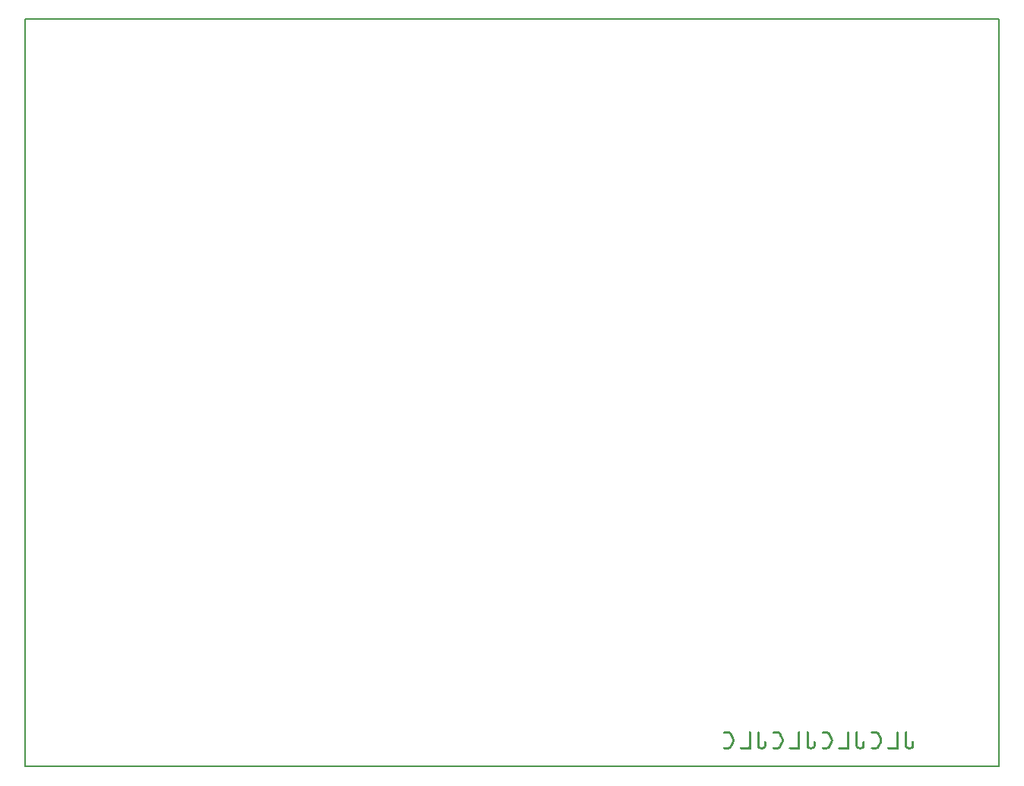
<source format=gbo>
G04 MADE WITH FRITZING*
G04 WWW.FRITZING.ORG*
G04 DOUBLE SIDED*
G04 HOLES PLATED*
G04 CONTOUR ON CENTER OF CONTOUR VECTOR*
%ASAXBY*%
%FSLAX23Y23*%
%MOIN*%
%OFA0B0*%
%SFA1.0B1.0*%
%ADD10R,4.279540X3.287400X4.263540X3.271400*%
%ADD11C,0.008000*%
%ADD12R,0.001000X0.001000*%
%LNSILK0*%
G90*
G70*
G54D11*
X4Y3283D02*
X4276Y3283D01*
X4276Y4D01*
X4Y4D01*
X4Y3283D01*
D02*
G54D12*
X3070Y156D02*
X3095Y156D01*
X3181Y156D02*
X3186Y156D01*
X3219Y156D02*
X3223Y156D01*
X3286Y156D02*
X3311Y156D01*
X3397Y156D02*
X3401Y156D01*
X3435Y156D02*
X3439Y156D01*
X3502Y156D02*
X3527Y156D01*
X3613Y156D02*
X3617Y156D01*
X3650Y156D02*
X3655Y156D01*
X3717Y156D02*
X3743Y156D01*
X3829Y156D02*
X3833Y156D01*
X3866Y156D02*
X3871Y156D01*
X3068Y155D02*
X3097Y155D01*
X3180Y155D02*
X3187Y155D01*
X3217Y155D02*
X3224Y155D01*
X3284Y155D02*
X3313Y155D01*
X3396Y155D02*
X3403Y155D01*
X3433Y155D02*
X3440Y155D01*
X3500Y155D02*
X3529Y155D01*
X3612Y155D02*
X3619Y155D01*
X3649Y155D02*
X3656Y155D01*
X3716Y155D02*
X3745Y155D01*
X3828Y155D02*
X3835Y155D01*
X3865Y155D02*
X3872Y155D01*
X3068Y154D02*
X3099Y154D01*
X3179Y154D02*
X3187Y154D01*
X3217Y154D02*
X3225Y154D01*
X3284Y154D02*
X3315Y154D01*
X3395Y154D02*
X3403Y154D01*
X3433Y154D02*
X3441Y154D01*
X3500Y154D02*
X3531Y154D01*
X3611Y154D02*
X3619Y154D01*
X3649Y154D02*
X3657Y154D01*
X3716Y154D02*
X3747Y154D01*
X3827Y154D02*
X3835Y154D01*
X3865Y154D02*
X3873Y154D01*
X3067Y153D02*
X3100Y153D01*
X3179Y153D02*
X3188Y153D01*
X3216Y153D02*
X3225Y153D01*
X3283Y153D02*
X3316Y153D01*
X3395Y153D02*
X3404Y153D01*
X3432Y153D02*
X3441Y153D01*
X3499Y153D02*
X3532Y153D01*
X3611Y153D02*
X3620Y153D01*
X3648Y153D02*
X3657Y153D01*
X3715Y153D02*
X3748Y153D01*
X3827Y153D02*
X3836Y153D01*
X3864Y153D02*
X3873Y153D01*
X3067Y152D02*
X3101Y152D01*
X3179Y152D02*
X3188Y152D01*
X3216Y152D02*
X3225Y152D01*
X3283Y152D02*
X3317Y152D01*
X3395Y152D02*
X3404Y152D01*
X3432Y152D02*
X3441Y152D01*
X3499Y152D02*
X3533Y152D01*
X3611Y152D02*
X3620Y152D01*
X3648Y152D02*
X3657Y152D01*
X3715Y152D02*
X3749Y152D01*
X3827Y152D02*
X3836Y152D01*
X3864Y152D02*
X3873Y152D01*
X3067Y151D02*
X3102Y151D01*
X3179Y151D02*
X3188Y151D01*
X3216Y151D02*
X3225Y151D01*
X3283Y151D02*
X3318Y151D01*
X3395Y151D02*
X3404Y151D01*
X3432Y151D02*
X3441Y151D01*
X3499Y151D02*
X3534Y151D01*
X3611Y151D02*
X3620Y151D01*
X3648Y151D02*
X3657Y151D01*
X3715Y151D02*
X3750Y151D01*
X3827Y151D02*
X3836Y151D01*
X3864Y151D02*
X3873Y151D01*
X3067Y150D02*
X3103Y150D01*
X3179Y150D02*
X3188Y150D01*
X3216Y150D02*
X3225Y150D01*
X3283Y150D02*
X3319Y150D01*
X3395Y150D02*
X3404Y150D01*
X3432Y150D02*
X3441Y150D01*
X3499Y150D02*
X3535Y150D01*
X3611Y150D02*
X3620Y150D01*
X3648Y150D02*
X3657Y150D01*
X3715Y150D02*
X3751Y150D01*
X3827Y150D02*
X3836Y150D01*
X3864Y150D02*
X3873Y150D01*
X3068Y149D02*
X3103Y149D01*
X3179Y149D02*
X3188Y149D01*
X3216Y149D02*
X3225Y149D01*
X3284Y149D02*
X3319Y149D01*
X3395Y149D02*
X3404Y149D01*
X3432Y149D02*
X3441Y149D01*
X3500Y149D02*
X3535Y149D01*
X3611Y149D02*
X3620Y149D01*
X3648Y149D02*
X3657Y149D01*
X3716Y149D02*
X3751Y149D01*
X3827Y149D02*
X3836Y149D01*
X3864Y149D02*
X3873Y149D01*
X3069Y148D02*
X3104Y148D01*
X3179Y148D02*
X3188Y148D01*
X3216Y148D02*
X3225Y148D01*
X3285Y148D02*
X3320Y148D01*
X3395Y148D02*
X3404Y148D01*
X3432Y148D02*
X3441Y148D01*
X3501Y148D02*
X3536Y148D01*
X3611Y148D02*
X3620Y148D01*
X3648Y148D02*
X3657Y148D01*
X3717Y148D02*
X3752Y148D01*
X3827Y148D02*
X3836Y148D01*
X3864Y148D02*
X3873Y148D01*
X3071Y147D02*
X3104Y147D01*
X3179Y147D02*
X3188Y147D01*
X3216Y147D02*
X3225Y147D01*
X3287Y147D02*
X3320Y147D01*
X3395Y147D02*
X3404Y147D01*
X3432Y147D02*
X3441Y147D01*
X3503Y147D02*
X3536Y147D01*
X3611Y147D02*
X3620Y147D01*
X3648Y147D02*
X3657Y147D01*
X3719Y147D02*
X3752Y147D01*
X3827Y147D02*
X3836Y147D01*
X3864Y147D02*
X3873Y147D01*
X3093Y146D02*
X3105Y146D01*
X3179Y146D02*
X3188Y146D01*
X3216Y146D02*
X3225Y146D01*
X3309Y146D02*
X3321Y146D01*
X3395Y146D02*
X3404Y146D01*
X3432Y146D02*
X3441Y146D01*
X3525Y146D02*
X3537Y146D01*
X3611Y146D02*
X3620Y146D01*
X3648Y146D02*
X3657Y146D01*
X3741Y146D02*
X3753Y146D01*
X3827Y146D02*
X3836Y146D01*
X3864Y146D02*
X3873Y146D01*
X3095Y145D02*
X3105Y145D01*
X3179Y145D02*
X3188Y145D01*
X3216Y145D02*
X3225Y145D01*
X3310Y145D02*
X3321Y145D01*
X3395Y145D02*
X3404Y145D01*
X3432Y145D02*
X3441Y145D01*
X3526Y145D02*
X3537Y145D01*
X3611Y145D02*
X3620Y145D01*
X3648Y145D02*
X3657Y145D01*
X3742Y145D02*
X3753Y145D01*
X3827Y145D02*
X3836Y145D01*
X3864Y145D02*
X3873Y145D01*
X3095Y144D02*
X3106Y144D01*
X3179Y144D02*
X3188Y144D01*
X3216Y144D02*
X3225Y144D01*
X3311Y144D02*
X3322Y144D01*
X3395Y144D02*
X3404Y144D01*
X3432Y144D02*
X3441Y144D01*
X3527Y144D02*
X3538Y144D01*
X3611Y144D02*
X3620Y144D01*
X3648Y144D02*
X3657Y144D01*
X3743Y144D02*
X3754Y144D01*
X3827Y144D02*
X3836Y144D01*
X3864Y144D02*
X3873Y144D01*
X3096Y143D02*
X3106Y143D01*
X3179Y143D02*
X3188Y143D01*
X3216Y143D02*
X3225Y143D01*
X3312Y143D02*
X3322Y143D01*
X3395Y143D02*
X3404Y143D01*
X3432Y143D02*
X3441Y143D01*
X3528Y143D02*
X3538Y143D01*
X3611Y143D02*
X3620Y143D01*
X3648Y143D02*
X3657Y143D01*
X3744Y143D02*
X3754Y143D01*
X3827Y143D02*
X3836Y143D01*
X3864Y143D02*
X3873Y143D01*
X3096Y142D02*
X3107Y142D01*
X3179Y142D02*
X3188Y142D01*
X3216Y142D02*
X3225Y142D01*
X3312Y142D02*
X3323Y142D01*
X3395Y142D02*
X3404Y142D01*
X3432Y142D02*
X3441Y142D01*
X3528Y142D02*
X3539Y142D01*
X3611Y142D02*
X3620Y142D01*
X3648Y142D02*
X3657Y142D01*
X3744Y142D02*
X3755Y142D01*
X3827Y142D02*
X3836Y142D01*
X3864Y142D02*
X3873Y142D01*
X3097Y141D02*
X3107Y141D01*
X3179Y141D02*
X3188Y141D01*
X3216Y141D02*
X3225Y141D01*
X3313Y141D02*
X3323Y141D01*
X3395Y141D02*
X3404Y141D01*
X3432Y141D02*
X3441Y141D01*
X3529Y141D02*
X3539Y141D01*
X3611Y141D02*
X3620Y141D01*
X3648Y141D02*
X3657Y141D01*
X3745Y141D02*
X3755Y141D01*
X3827Y141D02*
X3836Y141D01*
X3864Y141D02*
X3873Y141D01*
X3097Y140D02*
X3108Y140D01*
X3179Y140D02*
X3188Y140D01*
X3216Y140D02*
X3225Y140D01*
X3313Y140D02*
X3324Y140D01*
X3395Y140D02*
X3404Y140D01*
X3432Y140D02*
X3441Y140D01*
X3529Y140D02*
X3540Y140D01*
X3611Y140D02*
X3620Y140D01*
X3648Y140D02*
X3657Y140D01*
X3745Y140D02*
X3756Y140D01*
X3827Y140D02*
X3836Y140D01*
X3864Y140D02*
X3873Y140D01*
X3098Y139D02*
X3108Y139D01*
X3179Y139D02*
X3188Y139D01*
X3216Y139D02*
X3225Y139D01*
X3314Y139D02*
X3324Y139D01*
X3395Y139D02*
X3404Y139D01*
X3432Y139D02*
X3441Y139D01*
X3530Y139D02*
X3540Y139D01*
X3611Y139D02*
X3620Y139D01*
X3648Y139D02*
X3657Y139D01*
X3746Y139D02*
X3756Y139D01*
X3827Y139D02*
X3836Y139D01*
X3864Y139D02*
X3873Y139D01*
X3098Y138D02*
X3109Y138D01*
X3179Y138D02*
X3188Y138D01*
X3216Y138D02*
X3225Y138D01*
X3314Y138D02*
X3325Y138D01*
X3395Y138D02*
X3404Y138D01*
X3432Y138D02*
X3441Y138D01*
X3530Y138D02*
X3541Y138D01*
X3611Y138D02*
X3620Y138D01*
X3648Y138D02*
X3657Y138D01*
X3746Y138D02*
X3757Y138D01*
X3827Y138D02*
X3836Y138D01*
X3864Y138D02*
X3873Y138D01*
X3099Y137D02*
X3109Y137D01*
X3179Y137D02*
X3188Y137D01*
X3216Y137D02*
X3225Y137D01*
X3315Y137D02*
X3325Y137D01*
X3395Y137D02*
X3404Y137D01*
X3432Y137D02*
X3441Y137D01*
X3531Y137D02*
X3541Y137D01*
X3611Y137D02*
X3620Y137D01*
X3648Y137D02*
X3657Y137D01*
X3747Y137D02*
X3757Y137D01*
X3827Y137D02*
X3836Y137D01*
X3864Y137D02*
X3873Y137D01*
X3099Y136D02*
X3110Y136D01*
X3179Y136D02*
X3188Y136D01*
X3216Y136D02*
X3225Y136D01*
X3315Y136D02*
X3326Y136D01*
X3395Y136D02*
X3404Y136D01*
X3432Y136D02*
X3441Y136D01*
X3531Y136D02*
X3542Y136D01*
X3611Y136D02*
X3620Y136D01*
X3648Y136D02*
X3657Y136D01*
X3747Y136D02*
X3758Y136D01*
X3827Y136D02*
X3836Y136D01*
X3864Y136D02*
X3873Y136D01*
X3100Y135D02*
X3110Y135D01*
X3179Y135D02*
X3188Y135D01*
X3216Y135D02*
X3225Y135D01*
X3316Y135D02*
X3326Y135D01*
X3395Y135D02*
X3404Y135D01*
X3432Y135D02*
X3441Y135D01*
X3532Y135D02*
X3542Y135D01*
X3611Y135D02*
X3620Y135D01*
X3648Y135D02*
X3657Y135D01*
X3748Y135D02*
X3758Y135D01*
X3827Y135D02*
X3836Y135D01*
X3864Y135D02*
X3873Y135D01*
X3100Y134D02*
X3111Y134D01*
X3179Y134D02*
X3188Y134D01*
X3216Y134D02*
X3225Y134D01*
X3316Y134D02*
X3327Y134D01*
X3395Y134D02*
X3404Y134D01*
X3432Y134D02*
X3441Y134D01*
X3532Y134D02*
X3543Y134D01*
X3611Y134D02*
X3620Y134D01*
X3648Y134D02*
X3657Y134D01*
X3748Y134D02*
X3759Y134D01*
X3827Y134D02*
X3836Y134D01*
X3864Y134D02*
X3873Y134D01*
X3101Y133D02*
X3111Y133D01*
X3179Y133D02*
X3188Y133D01*
X3216Y133D02*
X3225Y133D01*
X3317Y133D02*
X3327Y133D01*
X3395Y133D02*
X3404Y133D01*
X3432Y133D02*
X3441Y133D01*
X3533Y133D02*
X3543Y133D01*
X3611Y133D02*
X3620Y133D01*
X3648Y133D02*
X3657Y133D01*
X3749Y133D02*
X3759Y133D01*
X3827Y133D02*
X3836Y133D01*
X3864Y133D02*
X3873Y133D01*
X3101Y132D02*
X3112Y132D01*
X3179Y132D02*
X3188Y132D01*
X3216Y132D02*
X3225Y132D01*
X3317Y132D02*
X3328Y132D01*
X3395Y132D02*
X3404Y132D01*
X3432Y132D02*
X3441Y132D01*
X3533Y132D02*
X3544Y132D01*
X3611Y132D02*
X3620Y132D01*
X3648Y132D02*
X3657Y132D01*
X3749Y132D02*
X3760Y132D01*
X3827Y132D02*
X3836Y132D01*
X3864Y132D02*
X3873Y132D01*
X3102Y131D02*
X3112Y131D01*
X3179Y131D02*
X3188Y131D01*
X3216Y131D02*
X3225Y131D01*
X3318Y131D02*
X3328Y131D01*
X3395Y131D02*
X3404Y131D01*
X3432Y131D02*
X3441Y131D01*
X3534Y131D02*
X3544Y131D01*
X3611Y131D02*
X3620Y131D01*
X3648Y131D02*
X3657Y131D01*
X3750Y131D02*
X3760Y131D01*
X3827Y131D02*
X3836Y131D01*
X3864Y131D02*
X3873Y131D01*
X3102Y130D02*
X3113Y130D01*
X3179Y130D02*
X3188Y130D01*
X3216Y130D02*
X3225Y130D01*
X3318Y130D02*
X3329Y130D01*
X3395Y130D02*
X3404Y130D01*
X3432Y130D02*
X3441Y130D01*
X3534Y130D02*
X3545Y130D01*
X3611Y130D02*
X3620Y130D01*
X3648Y130D02*
X3657Y130D01*
X3750Y130D02*
X3760Y130D01*
X3827Y130D02*
X3836Y130D01*
X3864Y130D02*
X3873Y130D01*
X3103Y129D02*
X3113Y129D01*
X3179Y129D02*
X3188Y129D01*
X3216Y129D02*
X3225Y129D01*
X3319Y129D02*
X3329Y129D01*
X3395Y129D02*
X3404Y129D01*
X3432Y129D02*
X3441Y129D01*
X3535Y129D02*
X3545Y129D01*
X3611Y129D02*
X3620Y129D01*
X3648Y129D02*
X3657Y129D01*
X3751Y129D02*
X3761Y129D01*
X3827Y129D02*
X3836Y129D01*
X3864Y129D02*
X3873Y129D01*
X3103Y128D02*
X3114Y128D01*
X3179Y128D02*
X3188Y128D01*
X3216Y128D02*
X3225Y128D01*
X3319Y128D02*
X3330Y128D01*
X3395Y128D02*
X3404Y128D01*
X3432Y128D02*
X3441Y128D01*
X3535Y128D02*
X3545Y128D01*
X3611Y128D02*
X3620Y128D01*
X3648Y128D02*
X3657Y128D01*
X3751Y128D02*
X3761Y128D01*
X3827Y128D02*
X3836Y128D01*
X3864Y128D02*
X3873Y128D01*
X3104Y127D02*
X3114Y127D01*
X3179Y127D02*
X3188Y127D01*
X3216Y127D02*
X3225Y127D01*
X3320Y127D02*
X3330Y127D01*
X3395Y127D02*
X3404Y127D01*
X3432Y127D02*
X3441Y127D01*
X3536Y127D02*
X3546Y127D01*
X3611Y127D02*
X3620Y127D01*
X3648Y127D02*
X3657Y127D01*
X3752Y127D02*
X3762Y127D01*
X3827Y127D02*
X3836Y127D01*
X3864Y127D02*
X3873Y127D01*
X3104Y126D02*
X3114Y126D01*
X3179Y126D02*
X3188Y126D01*
X3216Y126D02*
X3225Y126D01*
X3320Y126D02*
X3330Y126D01*
X3395Y126D02*
X3404Y126D01*
X3432Y126D02*
X3441Y126D01*
X3536Y126D02*
X3546Y126D01*
X3611Y126D02*
X3620Y126D01*
X3648Y126D02*
X3657Y126D01*
X3752Y126D02*
X3762Y126D01*
X3827Y126D02*
X3836Y126D01*
X3864Y126D02*
X3873Y126D01*
X3105Y125D02*
X3115Y125D01*
X3179Y125D02*
X3188Y125D01*
X3216Y125D02*
X3225Y125D01*
X3321Y125D02*
X3331Y125D01*
X3395Y125D02*
X3404Y125D01*
X3432Y125D02*
X3441Y125D01*
X3537Y125D02*
X3547Y125D01*
X3611Y125D02*
X3620Y125D01*
X3648Y125D02*
X3657Y125D01*
X3753Y125D02*
X3763Y125D01*
X3827Y125D02*
X3836Y125D01*
X3864Y125D02*
X3873Y125D01*
X3105Y124D02*
X3115Y124D01*
X3179Y124D02*
X3188Y124D01*
X3216Y124D02*
X3225Y124D01*
X3321Y124D02*
X3331Y124D01*
X3395Y124D02*
X3404Y124D01*
X3432Y124D02*
X3441Y124D01*
X3537Y124D02*
X3547Y124D01*
X3611Y124D02*
X3620Y124D01*
X3648Y124D02*
X3657Y124D01*
X3753Y124D02*
X3763Y124D01*
X3827Y124D02*
X3836Y124D01*
X3864Y124D02*
X3873Y124D01*
X3106Y123D02*
X3115Y123D01*
X3179Y123D02*
X3188Y123D01*
X3216Y123D02*
X3225Y123D01*
X3322Y123D02*
X3331Y123D01*
X3395Y123D02*
X3404Y123D01*
X3432Y123D02*
X3441Y123D01*
X3538Y123D02*
X3547Y123D01*
X3611Y123D02*
X3620Y123D01*
X3648Y123D02*
X3657Y123D01*
X3754Y123D02*
X3763Y123D01*
X3827Y123D02*
X3836Y123D01*
X3864Y123D02*
X3873Y123D01*
X3106Y122D02*
X3115Y122D01*
X3179Y122D02*
X3188Y122D01*
X3216Y122D02*
X3225Y122D01*
X3322Y122D02*
X3331Y122D01*
X3395Y122D02*
X3404Y122D01*
X3432Y122D02*
X3441Y122D01*
X3538Y122D02*
X3547Y122D01*
X3611Y122D02*
X3620Y122D01*
X3648Y122D02*
X3657Y122D01*
X3754Y122D02*
X3763Y122D01*
X3827Y122D02*
X3836Y122D01*
X3864Y122D02*
X3873Y122D01*
X3106Y121D02*
X3116Y121D01*
X3179Y121D02*
X3188Y121D01*
X3216Y121D02*
X3225Y121D01*
X3322Y121D02*
X3332Y121D01*
X3395Y121D02*
X3404Y121D01*
X3432Y121D02*
X3441Y121D01*
X3538Y121D02*
X3548Y121D01*
X3611Y121D02*
X3620Y121D01*
X3648Y121D02*
X3657Y121D01*
X3754Y121D02*
X3764Y121D01*
X3827Y121D02*
X3836Y121D01*
X3864Y121D02*
X3873Y121D01*
X3107Y120D02*
X3116Y120D01*
X3179Y120D02*
X3188Y120D01*
X3216Y120D02*
X3225Y120D01*
X3323Y120D02*
X3332Y120D01*
X3395Y120D02*
X3404Y120D01*
X3432Y120D02*
X3441Y120D01*
X3539Y120D02*
X3548Y120D01*
X3611Y120D02*
X3620Y120D01*
X3648Y120D02*
X3657Y120D01*
X3754Y120D02*
X3764Y120D01*
X3827Y120D02*
X3836Y120D01*
X3864Y120D02*
X3873Y120D01*
X3107Y119D02*
X3116Y119D01*
X3179Y119D02*
X3188Y119D01*
X3216Y119D02*
X3225Y119D01*
X3323Y119D02*
X3332Y119D01*
X3395Y119D02*
X3404Y119D01*
X3432Y119D02*
X3441Y119D01*
X3539Y119D02*
X3548Y119D01*
X3611Y119D02*
X3620Y119D01*
X3648Y119D02*
X3657Y119D01*
X3755Y119D02*
X3764Y119D01*
X3827Y119D02*
X3836Y119D01*
X3864Y119D02*
X3873Y119D01*
X3107Y118D02*
X3116Y118D01*
X3179Y118D02*
X3188Y118D01*
X3216Y118D02*
X3225Y118D01*
X3323Y118D02*
X3332Y118D01*
X3395Y118D02*
X3404Y118D01*
X3432Y118D02*
X3441Y118D01*
X3539Y118D02*
X3548Y118D01*
X3611Y118D02*
X3620Y118D01*
X3648Y118D02*
X3657Y118D01*
X3755Y118D02*
X3764Y118D01*
X3827Y118D02*
X3836Y118D01*
X3864Y118D02*
X3873Y118D01*
X3107Y117D02*
X3116Y117D01*
X3179Y117D02*
X3188Y117D01*
X3216Y117D02*
X3225Y117D01*
X3323Y117D02*
X3332Y117D01*
X3395Y117D02*
X3404Y117D01*
X3432Y117D02*
X3441Y117D01*
X3539Y117D02*
X3548Y117D01*
X3611Y117D02*
X3620Y117D01*
X3648Y117D02*
X3657Y117D01*
X3755Y117D02*
X3764Y117D01*
X3827Y117D02*
X3836Y117D01*
X3864Y117D02*
X3873Y117D01*
X3107Y116D02*
X3116Y116D01*
X3179Y116D02*
X3188Y116D01*
X3216Y116D02*
X3225Y116D01*
X3323Y116D02*
X3332Y116D01*
X3395Y116D02*
X3404Y116D01*
X3432Y116D02*
X3441Y116D01*
X3539Y116D02*
X3548Y116D01*
X3611Y116D02*
X3620Y116D01*
X3648Y116D02*
X3657Y116D01*
X3755Y116D02*
X3764Y116D01*
X3827Y116D02*
X3836Y116D01*
X3864Y116D02*
X3873Y116D01*
X3106Y115D02*
X3116Y115D01*
X3179Y115D02*
X3188Y115D01*
X3216Y115D02*
X3225Y115D01*
X3322Y115D02*
X3332Y115D01*
X3395Y115D02*
X3404Y115D01*
X3432Y115D02*
X3441Y115D01*
X3538Y115D02*
X3548Y115D01*
X3611Y115D02*
X3620Y115D01*
X3648Y115D02*
X3657Y115D01*
X3754Y115D02*
X3764Y115D01*
X3827Y115D02*
X3836Y115D01*
X3864Y115D02*
X3873Y115D01*
X3106Y114D02*
X3116Y114D01*
X3179Y114D02*
X3188Y114D01*
X3216Y114D02*
X3225Y114D01*
X3249Y114D02*
X3252Y114D01*
X3322Y114D02*
X3331Y114D01*
X3395Y114D02*
X3404Y114D01*
X3432Y114D02*
X3441Y114D01*
X3465Y114D02*
X3468Y114D01*
X3538Y114D02*
X3547Y114D01*
X3611Y114D02*
X3620Y114D01*
X3648Y114D02*
X3657Y114D01*
X3681Y114D02*
X3684Y114D01*
X3754Y114D02*
X3763Y114D01*
X3827Y114D02*
X3836Y114D01*
X3864Y114D02*
X3873Y114D01*
X3897Y114D02*
X3900Y114D01*
X3106Y113D02*
X3115Y113D01*
X3179Y113D02*
X3188Y113D01*
X3216Y113D02*
X3225Y113D01*
X3247Y113D02*
X3253Y113D01*
X3322Y113D02*
X3331Y113D01*
X3395Y113D02*
X3404Y113D01*
X3432Y113D02*
X3441Y113D01*
X3463Y113D02*
X3469Y113D01*
X3538Y113D02*
X3547Y113D01*
X3611Y113D02*
X3620Y113D01*
X3648Y113D02*
X3657Y113D01*
X3679Y113D02*
X3685Y113D01*
X3754Y113D02*
X3763Y113D01*
X3827Y113D02*
X3836Y113D01*
X3864Y113D02*
X3873Y113D01*
X3895Y113D02*
X3901Y113D01*
X3105Y112D02*
X3115Y112D01*
X3179Y112D02*
X3188Y112D01*
X3216Y112D02*
X3225Y112D01*
X3247Y112D02*
X3254Y112D01*
X3321Y112D02*
X3331Y112D01*
X3395Y112D02*
X3404Y112D01*
X3432Y112D02*
X3441Y112D01*
X3463Y112D02*
X3470Y112D01*
X3537Y112D02*
X3547Y112D01*
X3611Y112D02*
X3620Y112D01*
X3648Y112D02*
X3657Y112D01*
X3679Y112D02*
X3686Y112D01*
X3753Y112D02*
X3763Y112D01*
X3827Y112D02*
X3836Y112D01*
X3864Y112D02*
X3873Y112D01*
X3895Y112D02*
X3902Y112D01*
X3105Y111D02*
X3115Y111D01*
X3179Y111D02*
X3188Y111D01*
X3216Y111D02*
X3225Y111D01*
X3246Y111D02*
X3255Y111D01*
X3321Y111D02*
X3331Y111D01*
X3395Y111D02*
X3404Y111D01*
X3432Y111D02*
X3441Y111D01*
X3462Y111D02*
X3471Y111D01*
X3537Y111D02*
X3547Y111D01*
X3611Y111D02*
X3620Y111D01*
X3648Y111D02*
X3657Y111D01*
X3678Y111D02*
X3687Y111D01*
X3753Y111D02*
X3763Y111D01*
X3827Y111D02*
X3836Y111D01*
X3864Y111D02*
X3873Y111D01*
X3894Y111D02*
X3903Y111D01*
X3104Y110D02*
X3114Y110D01*
X3179Y110D02*
X3188Y110D01*
X3216Y110D02*
X3225Y110D01*
X3246Y110D02*
X3255Y110D01*
X3320Y110D02*
X3330Y110D01*
X3395Y110D02*
X3404Y110D01*
X3432Y110D02*
X3441Y110D01*
X3462Y110D02*
X3471Y110D01*
X3536Y110D02*
X3546Y110D01*
X3611Y110D02*
X3620Y110D01*
X3648Y110D02*
X3657Y110D01*
X3678Y110D02*
X3687Y110D01*
X3752Y110D02*
X3762Y110D01*
X3827Y110D02*
X3836Y110D01*
X3864Y110D02*
X3873Y110D01*
X3894Y110D02*
X3903Y110D01*
X3104Y109D02*
X3114Y109D01*
X3179Y109D02*
X3188Y109D01*
X3216Y109D02*
X3225Y109D01*
X3246Y109D02*
X3255Y109D01*
X3320Y109D02*
X3330Y109D01*
X3395Y109D02*
X3404Y109D01*
X3432Y109D02*
X3441Y109D01*
X3462Y109D02*
X3471Y109D01*
X3536Y109D02*
X3546Y109D01*
X3611Y109D02*
X3620Y109D01*
X3648Y109D02*
X3657Y109D01*
X3678Y109D02*
X3687Y109D01*
X3752Y109D02*
X3762Y109D01*
X3827Y109D02*
X3836Y109D01*
X3864Y109D02*
X3873Y109D01*
X3894Y109D02*
X3903Y109D01*
X3103Y108D02*
X3114Y108D01*
X3179Y108D02*
X3188Y108D01*
X3216Y108D02*
X3225Y108D01*
X3246Y108D02*
X3255Y108D01*
X3319Y108D02*
X3330Y108D01*
X3395Y108D02*
X3404Y108D01*
X3432Y108D02*
X3441Y108D01*
X3462Y108D02*
X3471Y108D01*
X3535Y108D02*
X3546Y108D01*
X3611Y108D02*
X3620Y108D01*
X3648Y108D02*
X3657Y108D01*
X3678Y108D02*
X3687Y108D01*
X3751Y108D02*
X3762Y108D01*
X3827Y108D02*
X3836Y108D01*
X3864Y108D02*
X3873Y108D01*
X3894Y108D02*
X3903Y108D01*
X3103Y107D02*
X3113Y107D01*
X3179Y107D02*
X3188Y107D01*
X3216Y107D02*
X3225Y107D01*
X3246Y107D02*
X3255Y107D01*
X3319Y107D02*
X3329Y107D01*
X3395Y107D02*
X3404Y107D01*
X3432Y107D02*
X3441Y107D01*
X3462Y107D02*
X3471Y107D01*
X3535Y107D02*
X3545Y107D01*
X3611Y107D02*
X3620Y107D01*
X3648Y107D02*
X3657Y107D01*
X3678Y107D02*
X3687Y107D01*
X3751Y107D02*
X3761Y107D01*
X3827Y107D02*
X3836Y107D01*
X3864Y107D02*
X3873Y107D01*
X3894Y107D02*
X3903Y107D01*
X3102Y106D02*
X3113Y106D01*
X3179Y106D02*
X3188Y106D01*
X3216Y106D02*
X3225Y106D01*
X3246Y106D02*
X3255Y106D01*
X3318Y106D02*
X3329Y106D01*
X3395Y106D02*
X3404Y106D01*
X3432Y106D02*
X3441Y106D01*
X3462Y106D02*
X3471Y106D01*
X3534Y106D02*
X3545Y106D01*
X3611Y106D02*
X3620Y106D01*
X3648Y106D02*
X3657Y106D01*
X3678Y106D02*
X3687Y106D01*
X3750Y106D02*
X3761Y106D01*
X3827Y106D02*
X3836Y106D01*
X3864Y106D02*
X3873Y106D01*
X3894Y106D02*
X3903Y106D01*
X3102Y105D02*
X3112Y105D01*
X3179Y105D02*
X3188Y105D01*
X3216Y105D02*
X3225Y105D01*
X3246Y105D02*
X3255Y105D01*
X3318Y105D02*
X3328Y105D01*
X3395Y105D02*
X3404Y105D01*
X3432Y105D02*
X3441Y105D01*
X3462Y105D02*
X3471Y105D01*
X3534Y105D02*
X3544Y105D01*
X3611Y105D02*
X3620Y105D01*
X3648Y105D02*
X3657Y105D01*
X3678Y105D02*
X3687Y105D01*
X3750Y105D02*
X3760Y105D01*
X3827Y105D02*
X3836Y105D01*
X3864Y105D02*
X3873Y105D01*
X3894Y105D02*
X3903Y105D01*
X3101Y104D02*
X3112Y104D01*
X3179Y104D02*
X3188Y104D01*
X3216Y104D02*
X3225Y104D01*
X3246Y104D02*
X3255Y104D01*
X3317Y104D02*
X3328Y104D01*
X3395Y104D02*
X3404Y104D01*
X3432Y104D02*
X3441Y104D01*
X3462Y104D02*
X3471Y104D01*
X3533Y104D02*
X3544Y104D01*
X3611Y104D02*
X3620Y104D01*
X3648Y104D02*
X3657Y104D01*
X3678Y104D02*
X3687Y104D01*
X3749Y104D02*
X3760Y104D01*
X3827Y104D02*
X3836Y104D01*
X3864Y104D02*
X3873Y104D01*
X3894Y104D02*
X3903Y104D01*
X3101Y103D02*
X3111Y103D01*
X3179Y103D02*
X3188Y103D01*
X3216Y103D02*
X3225Y103D01*
X3246Y103D02*
X3255Y103D01*
X3317Y103D02*
X3327Y103D01*
X3395Y103D02*
X3404Y103D01*
X3432Y103D02*
X3441Y103D01*
X3462Y103D02*
X3471Y103D01*
X3533Y103D02*
X3543Y103D01*
X3611Y103D02*
X3620Y103D01*
X3648Y103D02*
X3657Y103D01*
X3678Y103D02*
X3687Y103D01*
X3749Y103D02*
X3759Y103D01*
X3827Y103D02*
X3836Y103D01*
X3864Y103D02*
X3873Y103D01*
X3894Y103D02*
X3903Y103D01*
X3100Y102D02*
X3111Y102D01*
X3179Y102D02*
X3188Y102D01*
X3216Y102D02*
X3225Y102D01*
X3246Y102D02*
X3255Y102D01*
X3316Y102D02*
X3327Y102D01*
X3395Y102D02*
X3404Y102D01*
X3432Y102D02*
X3441Y102D01*
X3462Y102D02*
X3471Y102D01*
X3532Y102D02*
X3543Y102D01*
X3611Y102D02*
X3620Y102D01*
X3648Y102D02*
X3657Y102D01*
X3678Y102D02*
X3687Y102D01*
X3748Y102D02*
X3759Y102D01*
X3827Y102D02*
X3836Y102D01*
X3864Y102D02*
X3873Y102D01*
X3894Y102D02*
X3903Y102D01*
X3100Y101D02*
X3110Y101D01*
X3179Y101D02*
X3188Y101D01*
X3216Y101D02*
X3225Y101D01*
X3246Y101D02*
X3255Y101D01*
X3316Y101D02*
X3326Y101D01*
X3395Y101D02*
X3404Y101D01*
X3432Y101D02*
X3441Y101D01*
X3462Y101D02*
X3471Y101D01*
X3532Y101D02*
X3542Y101D01*
X3611Y101D02*
X3620Y101D01*
X3648Y101D02*
X3657Y101D01*
X3678Y101D02*
X3687Y101D01*
X3748Y101D02*
X3758Y101D01*
X3827Y101D02*
X3836Y101D01*
X3864Y101D02*
X3873Y101D01*
X3894Y101D02*
X3903Y101D01*
X3099Y100D02*
X3110Y100D01*
X3179Y100D02*
X3188Y100D01*
X3216Y100D02*
X3225Y100D01*
X3246Y100D02*
X3255Y100D01*
X3315Y100D02*
X3326Y100D01*
X3395Y100D02*
X3404Y100D01*
X3432Y100D02*
X3441Y100D01*
X3462Y100D02*
X3471Y100D01*
X3531Y100D02*
X3542Y100D01*
X3611Y100D02*
X3620Y100D01*
X3648Y100D02*
X3657Y100D01*
X3678Y100D02*
X3687Y100D01*
X3747Y100D02*
X3758Y100D01*
X3827Y100D02*
X3836Y100D01*
X3864Y100D02*
X3873Y100D01*
X3894Y100D02*
X3903Y100D01*
X3099Y99D02*
X3109Y99D01*
X3179Y99D02*
X3188Y99D01*
X3216Y99D02*
X3225Y99D01*
X3246Y99D02*
X3255Y99D01*
X3315Y99D02*
X3325Y99D01*
X3395Y99D02*
X3404Y99D01*
X3432Y99D02*
X3441Y99D01*
X3462Y99D02*
X3471Y99D01*
X3531Y99D02*
X3541Y99D01*
X3611Y99D02*
X3620Y99D01*
X3648Y99D02*
X3657Y99D01*
X3678Y99D02*
X3687Y99D01*
X3747Y99D02*
X3757Y99D01*
X3827Y99D02*
X3836Y99D01*
X3864Y99D02*
X3873Y99D01*
X3894Y99D02*
X3903Y99D01*
X3098Y98D02*
X3109Y98D01*
X3179Y98D02*
X3188Y98D01*
X3216Y98D02*
X3225Y98D01*
X3246Y98D02*
X3255Y98D01*
X3314Y98D02*
X3325Y98D01*
X3395Y98D02*
X3404Y98D01*
X3432Y98D02*
X3441Y98D01*
X3462Y98D02*
X3471Y98D01*
X3530Y98D02*
X3541Y98D01*
X3611Y98D02*
X3620Y98D01*
X3648Y98D02*
X3657Y98D01*
X3678Y98D02*
X3687Y98D01*
X3746Y98D02*
X3757Y98D01*
X3827Y98D02*
X3836Y98D01*
X3864Y98D02*
X3873Y98D01*
X3894Y98D02*
X3903Y98D01*
X3098Y97D02*
X3108Y97D01*
X3179Y97D02*
X3188Y97D01*
X3216Y97D02*
X3225Y97D01*
X3246Y97D02*
X3255Y97D01*
X3314Y97D02*
X3324Y97D01*
X3395Y97D02*
X3404Y97D01*
X3432Y97D02*
X3441Y97D01*
X3462Y97D02*
X3471Y97D01*
X3530Y97D02*
X3540Y97D01*
X3611Y97D02*
X3620Y97D01*
X3648Y97D02*
X3657Y97D01*
X3678Y97D02*
X3687Y97D01*
X3746Y97D02*
X3756Y97D01*
X3827Y97D02*
X3836Y97D01*
X3864Y97D02*
X3873Y97D01*
X3894Y97D02*
X3903Y97D01*
X3097Y96D02*
X3108Y96D01*
X3179Y96D02*
X3188Y96D01*
X3216Y96D02*
X3225Y96D01*
X3246Y96D02*
X3255Y96D01*
X3313Y96D02*
X3324Y96D01*
X3395Y96D02*
X3404Y96D01*
X3432Y96D02*
X3441Y96D01*
X3462Y96D02*
X3471Y96D01*
X3529Y96D02*
X3540Y96D01*
X3611Y96D02*
X3620Y96D01*
X3648Y96D02*
X3657Y96D01*
X3678Y96D02*
X3687Y96D01*
X3745Y96D02*
X3756Y96D01*
X3827Y96D02*
X3836Y96D01*
X3864Y96D02*
X3873Y96D01*
X3894Y96D02*
X3903Y96D01*
X3097Y95D02*
X3107Y95D01*
X3179Y95D02*
X3188Y95D01*
X3216Y95D02*
X3225Y95D01*
X3246Y95D02*
X3255Y95D01*
X3313Y95D02*
X3323Y95D01*
X3395Y95D02*
X3404Y95D01*
X3432Y95D02*
X3441Y95D01*
X3462Y95D02*
X3471Y95D01*
X3529Y95D02*
X3539Y95D01*
X3611Y95D02*
X3620Y95D01*
X3648Y95D02*
X3657Y95D01*
X3678Y95D02*
X3687Y95D01*
X3745Y95D02*
X3755Y95D01*
X3827Y95D02*
X3836Y95D01*
X3864Y95D02*
X3873Y95D01*
X3894Y95D02*
X3903Y95D01*
X3096Y94D02*
X3107Y94D01*
X3179Y94D02*
X3188Y94D01*
X3216Y94D02*
X3225Y94D01*
X3246Y94D02*
X3255Y94D01*
X3312Y94D02*
X3323Y94D01*
X3395Y94D02*
X3404Y94D01*
X3432Y94D02*
X3441Y94D01*
X3462Y94D02*
X3471Y94D01*
X3528Y94D02*
X3539Y94D01*
X3611Y94D02*
X3620Y94D01*
X3648Y94D02*
X3657Y94D01*
X3678Y94D02*
X3687Y94D01*
X3744Y94D02*
X3755Y94D01*
X3827Y94D02*
X3836Y94D01*
X3864Y94D02*
X3873Y94D01*
X3894Y94D02*
X3903Y94D01*
X3096Y93D02*
X3106Y93D01*
X3179Y93D02*
X3188Y93D01*
X3216Y93D02*
X3225Y93D01*
X3246Y93D02*
X3255Y93D01*
X3312Y93D02*
X3322Y93D01*
X3395Y93D02*
X3404Y93D01*
X3432Y93D02*
X3441Y93D01*
X3462Y93D02*
X3471Y93D01*
X3528Y93D02*
X3538Y93D01*
X3611Y93D02*
X3620Y93D01*
X3648Y93D02*
X3657Y93D01*
X3678Y93D02*
X3687Y93D01*
X3744Y93D02*
X3754Y93D01*
X3827Y93D02*
X3836Y93D01*
X3864Y93D02*
X3873Y93D01*
X3894Y93D02*
X3903Y93D01*
X3095Y92D02*
X3106Y92D01*
X3179Y92D02*
X3188Y92D01*
X3216Y92D02*
X3226Y92D01*
X3245Y92D02*
X3255Y92D01*
X3311Y92D02*
X3322Y92D01*
X3395Y92D02*
X3404Y92D01*
X3432Y92D02*
X3442Y92D01*
X3461Y92D02*
X3471Y92D01*
X3527Y92D02*
X3538Y92D01*
X3611Y92D02*
X3620Y92D01*
X3648Y92D02*
X3658Y92D01*
X3677Y92D02*
X3687Y92D01*
X3743Y92D02*
X3754Y92D01*
X3827Y92D02*
X3836Y92D01*
X3864Y92D02*
X3874Y92D01*
X3893Y92D02*
X3903Y92D01*
X3095Y91D02*
X3105Y91D01*
X3179Y91D02*
X3188Y91D01*
X3216Y91D02*
X3226Y91D01*
X3245Y91D02*
X3255Y91D01*
X3311Y91D02*
X3321Y91D01*
X3395Y91D02*
X3404Y91D01*
X3432Y91D02*
X3442Y91D01*
X3461Y91D02*
X3471Y91D01*
X3527Y91D02*
X3537Y91D01*
X3611Y91D02*
X3620Y91D01*
X3648Y91D02*
X3658Y91D01*
X3677Y91D02*
X3687Y91D01*
X3743Y91D02*
X3753Y91D01*
X3827Y91D02*
X3836Y91D01*
X3864Y91D02*
X3874Y91D01*
X3893Y91D02*
X3903Y91D01*
X3094Y90D02*
X3105Y90D01*
X3179Y90D02*
X3188Y90D01*
X3217Y90D02*
X3227Y90D01*
X3244Y90D02*
X3254Y90D01*
X3310Y90D02*
X3321Y90D01*
X3395Y90D02*
X3404Y90D01*
X3433Y90D02*
X3443Y90D01*
X3460Y90D02*
X3470Y90D01*
X3526Y90D02*
X3537Y90D01*
X3611Y90D02*
X3620Y90D01*
X3649Y90D02*
X3659Y90D01*
X3676Y90D02*
X3686Y90D01*
X3742Y90D02*
X3753Y90D01*
X3827Y90D02*
X3836Y90D01*
X3865Y90D02*
X3875Y90D01*
X3892Y90D02*
X3902Y90D01*
X3091Y89D02*
X3104Y89D01*
X3178Y89D02*
X3188Y89D01*
X3217Y89D02*
X3230Y89D01*
X3241Y89D02*
X3254Y89D01*
X3307Y89D02*
X3320Y89D01*
X3394Y89D02*
X3404Y89D01*
X3433Y89D02*
X3446Y89D01*
X3457Y89D02*
X3470Y89D01*
X3523Y89D02*
X3536Y89D01*
X3610Y89D02*
X3620Y89D01*
X3649Y89D02*
X3662Y89D01*
X3673Y89D02*
X3686Y89D01*
X3739Y89D02*
X3752Y89D01*
X3826Y89D02*
X3836Y89D01*
X3865Y89D02*
X3878Y89D01*
X3889Y89D02*
X3902Y89D01*
X3069Y88D02*
X3104Y88D01*
X3141Y88D02*
X3188Y88D01*
X3217Y88D02*
X3254Y88D01*
X3285Y88D02*
X3320Y88D01*
X3357Y88D02*
X3404Y88D01*
X3433Y88D02*
X3470Y88D01*
X3501Y88D02*
X3536Y88D01*
X3573Y88D02*
X3620Y88D01*
X3649Y88D02*
X3686Y88D01*
X3717Y88D02*
X3752Y88D01*
X3789Y88D02*
X3836Y88D01*
X3865Y88D02*
X3902Y88D01*
X3068Y87D02*
X3103Y87D01*
X3140Y87D02*
X3188Y87D01*
X3218Y87D02*
X3253Y87D01*
X3284Y87D02*
X3319Y87D01*
X3356Y87D02*
X3404Y87D01*
X3434Y87D02*
X3469Y87D01*
X3500Y87D02*
X3535Y87D01*
X3572Y87D02*
X3620Y87D01*
X3650Y87D02*
X3685Y87D01*
X3716Y87D02*
X3751Y87D01*
X3788Y87D02*
X3836Y87D01*
X3866Y87D02*
X3901Y87D01*
X3068Y86D02*
X3103Y86D01*
X3140Y86D02*
X3188Y86D01*
X3218Y86D02*
X3253Y86D01*
X3284Y86D02*
X3319Y86D01*
X3356Y86D02*
X3404Y86D01*
X3434Y86D02*
X3469Y86D01*
X3500Y86D02*
X3535Y86D01*
X3572Y86D02*
X3620Y86D01*
X3650Y86D02*
X3685Y86D01*
X3716Y86D02*
X3750Y86D01*
X3788Y86D02*
X3836Y86D01*
X3866Y86D02*
X3901Y86D01*
X3067Y85D02*
X3102Y85D01*
X3139Y85D02*
X3188Y85D01*
X3219Y85D02*
X3252Y85D01*
X3283Y85D02*
X3318Y85D01*
X3355Y85D02*
X3404Y85D01*
X3435Y85D02*
X3468Y85D01*
X3499Y85D02*
X3534Y85D01*
X3571Y85D02*
X3620Y85D01*
X3651Y85D02*
X3684Y85D01*
X3715Y85D02*
X3750Y85D01*
X3787Y85D02*
X3836Y85D01*
X3867Y85D02*
X3900Y85D01*
X3067Y84D02*
X3101Y84D01*
X3139Y84D02*
X3188Y84D01*
X3220Y84D02*
X3251Y84D01*
X3283Y84D02*
X3317Y84D01*
X3355Y84D02*
X3404Y84D01*
X3436Y84D02*
X3467Y84D01*
X3499Y84D02*
X3533Y84D01*
X3571Y84D02*
X3620Y84D01*
X3652Y84D02*
X3683Y84D01*
X3715Y84D02*
X3749Y84D01*
X3787Y84D02*
X3836Y84D01*
X3868Y84D02*
X3899Y84D01*
X3067Y83D02*
X3100Y83D01*
X3139Y83D02*
X3188Y83D01*
X3221Y83D02*
X3250Y83D01*
X3283Y83D02*
X3316Y83D01*
X3355Y83D02*
X3404Y83D01*
X3437Y83D02*
X3466Y83D01*
X3499Y83D02*
X3532Y83D01*
X3571Y83D02*
X3620Y83D01*
X3653Y83D02*
X3682Y83D01*
X3715Y83D02*
X3748Y83D01*
X3787Y83D02*
X3836Y83D01*
X3869Y83D02*
X3898Y83D01*
X3068Y82D02*
X3099Y82D01*
X3140Y82D02*
X3188Y82D01*
X3222Y82D02*
X3249Y82D01*
X3284Y82D02*
X3315Y82D01*
X3355Y82D02*
X3404Y82D01*
X3438Y82D02*
X3465Y82D01*
X3499Y82D02*
X3531Y82D01*
X3571Y82D02*
X3620Y82D01*
X3654Y82D02*
X3681Y82D01*
X3715Y82D02*
X3747Y82D01*
X3787Y82D02*
X3836Y82D01*
X3870Y82D02*
X3897Y82D01*
X3068Y81D02*
X3097Y81D01*
X3140Y81D02*
X3188Y81D01*
X3224Y81D02*
X3247Y81D01*
X3284Y81D02*
X3313Y81D01*
X3356Y81D02*
X3404Y81D01*
X3440Y81D02*
X3463Y81D01*
X3500Y81D02*
X3529Y81D01*
X3572Y81D02*
X3620Y81D01*
X3656Y81D02*
X3679Y81D01*
X3716Y81D02*
X3745Y81D01*
X3788Y81D02*
X3836Y81D01*
X3872Y81D02*
X3895Y81D01*
X3069Y80D02*
X3095Y80D01*
X3141Y80D02*
X3188Y80D01*
X3225Y80D02*
X3246Y80D01*
X3285Y80D02*
X3311Y80D01*
X3357Y80D02*
X3404Y80D01*
X3441Y80D02*
X3462Y80D01*
X3501Y80D02*
X3527Y80D01*
X3573Y80D02*
X3620Y80D01*
X3657Y80D02*
X3678Y80D01*
X3717Y80D02*
X3743Y80D01*
X3789Y80D02*
X3836Y80D01*
X3873Y80D02*
X3893Y80D01*
X3071Y79D02*
X3092Y79D01*
X3143Y79D02*
X3188Y79D01*
X3230Y79D02*
X3241Y79D01*
X3287Y79D02*
X3308Y79D01*
X3359Y79D02*
X3404Y79D01*
X3446Y79D02*
X3457Y79D01*
X3503Y79D02*
X3524Y79D01*
X3575Y79D02*
X3620Y79D01*
X3662Y79D02*
X3673Y79D01*
X3719Y79D02*
X3740Y79D01*
X3791Y79D02*
X3836Y79D01*
X3878Y79D02*
X3889Y79D01*
D02*
G04 End of Silk0*
M02*
</source>
